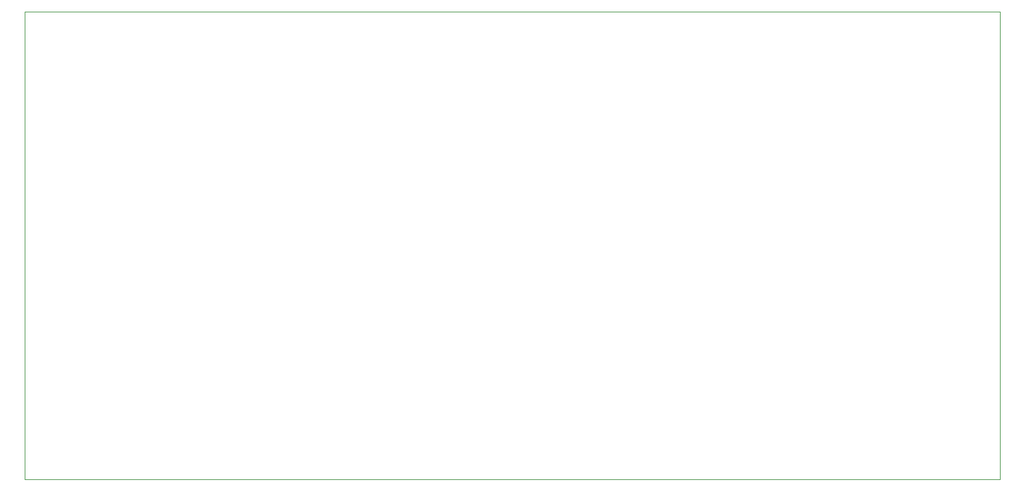
<source format=gm1>
G04 #@! TF.GenerationSoftware,KiCad,Pcbnew,(5.1.9)-1*
G04 #@! TF.CreationDate,2021-06-30T23:09:52-04:00*
G04 #@! TF.ProjectId,C64PowerSupply,43363450-6f77-4657-9253-7570706c792e,A*
G04 #@! TF.SameCoordinates,Original*
G04 #@! TF.FileFunction,Profile,NP*
%FSLAX46Y46*%
G04 Gerber Fmt 4.6, Leading zero omitted, Abs format (unit mm)*
G04 Created by KiCad (PCBNEW (5.1.9)-1) date 2021-06-30 23:09:52*
%MOMM*%
%LPD*%
G01*
G04 APERTURE LIST*
G04 #@! TA.AperFunction,Profile*
%ADD10C,0.050000*%
G04 #@! TD*
G04 APERTURE END LIST*
D10*
X68580000Y-127000000D02*
X68580000Y-66040000D01*
X195580000Y-127000000D02*
X68580000Y-127000000D01*
X195580000Y-66040000D02*
X195580000Y-127000000D01*
X68580000Y-66040000D02*
X195580000Y-66040000D01*
M02*

</source>
